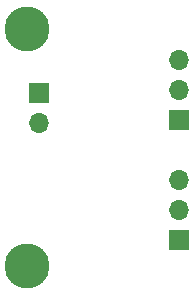
<source format=gbr>
%TF.GenerationSoftware,KiCad,Pcbnew,(6.0.8-1)-1*%
%TF.CreationDate,2023-07-28T17:56:29-05:00*%
%TF.ProjectId,FSR Adaptor,46535220-4164-4617-9074-6f722e6b6963,rev?*%
%TF.SameCoordinates,Original*%
%TF.FileFunction,Soldermask,Bot*%
%TF.FilePolarity,Negative*%
%FSLAX46Y46*%
G04 Gerber Fmt 4.6, Leading zero omitted, Abs format (unit mm)*
G04 Created by KiCad (PCBNEW (6.0.8-1)-1) date 2023-07-28 17:56:29*
%MOMM*%
%LPD*%
G01*
G04 APERTURE LIST*
%ADD10R,1.700000X1.700000*%
%ADD11O,1.700000X1.700000*%
%ADD12C,3.800000*%
G04 APERTURE END LIST*
D10*
%TO.C,J2*%
X65354200Y-70353228D03*
D11*
X65354200Y-67813228D03*
X65354200Y-65273228D03*
%TD*%
D12*
%TO.C,H2*%
X52500000Y-52500000D03*
%TD*%
%TO.C,H1*%
X52500000Y-72500000D03*
%TD*%
D10*
%TO.C,J1*%
X53492400Y-57861200D03*
D11*
X53492400Y-60401200D03*
%TD*%
D10*
%TO.C,J3*%
X65354200Y-60193228D03*
D11*
X65354200Y-57653228D03*
X65354200Y-55113228D03*
%TD*%
M02*

</source>
